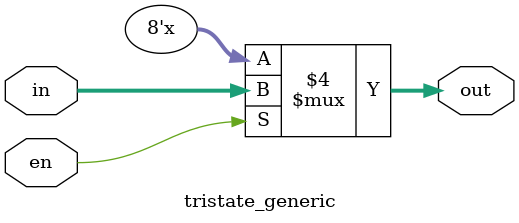
<source format=v>
module tristate_generic
#(parameter N = 8)
(
    input wire [N-1:0] in,
    input wire en,
    output reg [N-1:0] out
);

always @(*)
begin
	if (en == 1)
		out = in;
	else
		out = 'bz;
end

endmodule

</source>
